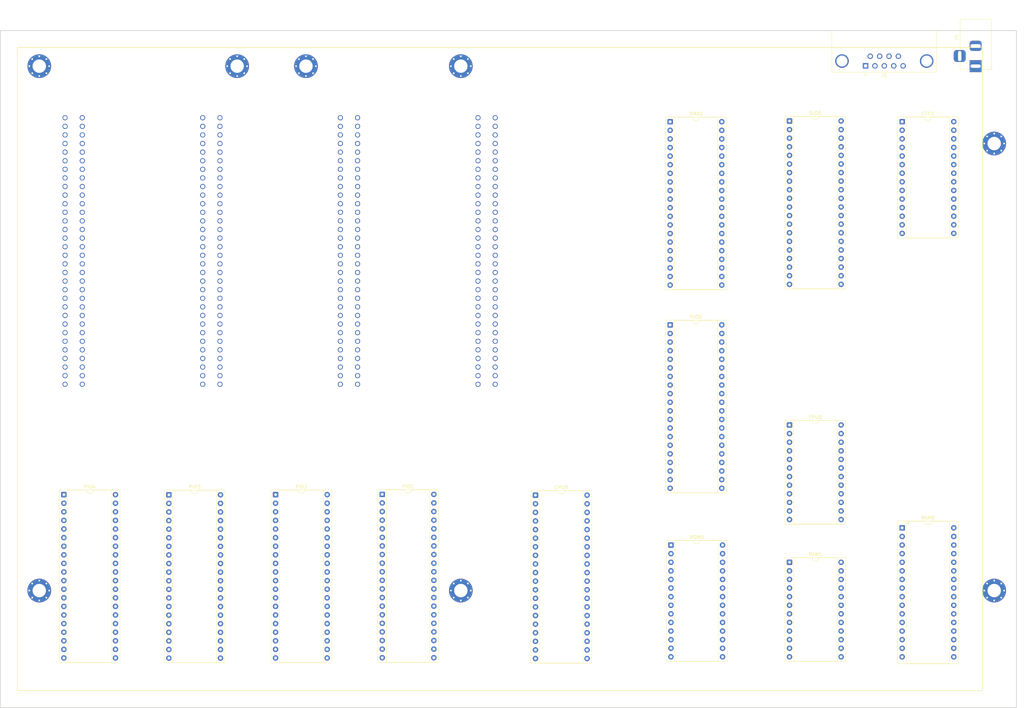
<source format=kicad_pcb>
(kicad_pcb (version 20241229) (generator "pcbnew") (generator_version "9.0")
  (title_block (title "Carbon Z80 - 4x Slots & Mode 2 Ints") (date "2025-02-27") (rev "0") (company "Jules Carboni"))
  (layers (0 "F.Cu" signal) (2 "B.Cu" signal) (13 "F.Paste" user) (15 "B.Paste" user) (5 "F.SilkS" user "F.Silkscreen") (7 "B.SilkS" user "B.Silkscreen") (1 "F.Mask" user) (3 "B.Mask" user) (25 "Edge.Cuts" user))
  (net 0 "")
  (footprint "Carbonz80_Library:8bISA_64pin" (layer "F.Cu") (at 141.4352 60.24)
    (property "Reference" "")
    (property "Value" "")
  )
  (footprint "Connector_Dsub:DSUB-9_Socket_Horizontal_P2.77x2.84mm_EdgePinOffset7.70mm_Housed_MountingHolesOffset9.12mm" (layer "F.Cu") (at 293.96 44.910331 180)
    (property "Reference" "J1")
    (property "Value" "DE9_Socket_MountingHoles")
  )
  (footprint "HOLE" (layer "F.Cu") (at 174.46 45)
    (property "Reference" "")
    (property "Value" "")
  )
  (footprint "Package_DIP:DIP-28_W15.24mm_Socket" (layer "F.Cu") (at 304.76 61.39)
    (property "Reference" "CTC0")
    (property "Value" "Z84C30")
  )
  (footprint "Package_DIP:DIP-40_W15.24mm_Socket" (layer "F.Cu") (at 236.26 61.42)
    (property "Reference" "DMA0")
    (property "Value" "Z84C10")
  )
  (footprint "HOLE" (layer "F.Cu") (at 108.42 45)
    (property "Reference" "")
    (property "Value" "")
  )
  (footprint "HOLE" (layer "F.Cu") (at 331.94 67.86)
    (property "Reference" "")
    (property "Value" "")
  )
  (footprint "Package_DIP:DIP-40_W15.24mm_Socket" (layer "F.Cu") (at 271.5 61.2)
    (property "Reference" "SIO0")
    (property "Value" "Z84C42")
  )
  (footprint "Package_DIP:DIP-40_W15.24mm_Socket" (layer "F.Cu") (at 151.26 171.52)
    (property "Reference" "PIO1")
    (property "Value" "Z84C20")
  )
  (footprint "Carbonz80_Library:8bISA_64pin" (layer "F.Cu") (at 60.1552 60.24)
    (property "Reference" "")
    (property "Value" "")
  )
  (footprint "Package_DIP:DIP-40_W15.24mm_Socket" (layer "F.Cu") (at 119.76 171.6)
    (property "Reference" "PIO2")
    (property "Value" "Z84C20")
  )
  (footprint "Package_DIP:DIP-40_W15.24mm_Socket" (layer "F.Cu") (at 57.26 171.6)
    (property "Reference" "PIO4")
    (property "Value" "Z84C20")
  )
  (footprint "HOLE" (layer "F.Cu") (at 50 199.94)
    (property "Reference" "")
    (property "Value" "")
  )
  (footprint "Carbonz80_Library:8bISA_64pin" (layer "F.Cu") (at 100.7952 60.24)
    (property "Reference" "")
    (property "Value" "")
  )
  (footprint "HOLE" (layer "F.Cu") (at 128.74 45)
    (property "Reference" "")
    (property "Value" "")
  )
  (footprint "Carbonz80_Library:8bISA_64pin" (layer "F.Cu") (at 182.0752 60.24)
    (property "Reference" "")
    (property "Value" "")
  )
  (footprint "HOLE" (layer "F.Cu") (at 331.94 199.94)
    (property "Reference" "")
    (property "Value" "")
  )
  (footprint "Package_DIP:DIP-28_W15.24mm_Socket" (layer "F.Cu") (at 236.5 186.5)
    (property "Reference" "ROM0")
    (property "Value" "W27C512")
  )
  (footprint "Package_DIP:DIP-24_W15.24mm_Socket" (layer "F.Cu") (at 271.5 191.58)
    (property "Reference" "RAM1")
    (property "Value" "IDT6116")
  )
  (footprint "HOLE" (layer "F.Cu") (at 174.46 199.94)
    (property "Reference" "")
    (property "Value" "")
  )
  (footprint "Package_DIP:DIP-40_W15.24mm_Socket" (layer "F.Cu") (at 236.26 121.44)
    (property "Reference" "PIO0")
    (property "Value" "Z84C20")
  )
  (footprint "Package_DIP:DIP-40_W15.24mm_Socket" (layer "F.Cu") (at 196.5 171.76)
    (property "Reference" "CPU0")
    (property "Value" "Z84C00")
  )
  (footprint "PCM_Package_DIP_AKL:DIP-32_W15.24mm_Socket" (layer "F.Cu") (at 304.76 181.42)
    (property "Reference" "RAM0")
    (property "Value" "AS6C4008")
  )
  (footprint "Package_DIP:DIP-24_W15.24mm_Socket" (layer "F.Cu") (at 271.5 151.025)
    (property "Reference" "FPU0")
    (property "Value" "Am9511A")
  )
  (footprint "Connector_BarrelJack:BarrelJack_Horizontal" (layer "F.Cu") (at 326.4575 45 -90)
    (property "Reference" "J4")
    (property "Value" "Barrel_Jack_MountingPin")
  )
  (footprint "HOLE" (layer "F.Cu") (at 50 45)
    (property "Reference" "")
    (property "Value" "")
  )
  (footprint "Package_DIP:DIP-40_W15.24mm_Socket" (layer "F.Cu") (at 88.26 171.64)
    (property "Reference" "PIO3")
    (property "Value" "Z84C20")
  )
  (gr_rect (start 43.5 39.5) (end 328.5 229.5) (stroke (width 0.2)) (fill no) (layer "F.SilkS"))
  (gr_rect (start 38.5 34.5) (end 338.5 234.5) (stroke (width 0.2)) (fill no) (layer "Edge.Cuts"))
)
</source>
